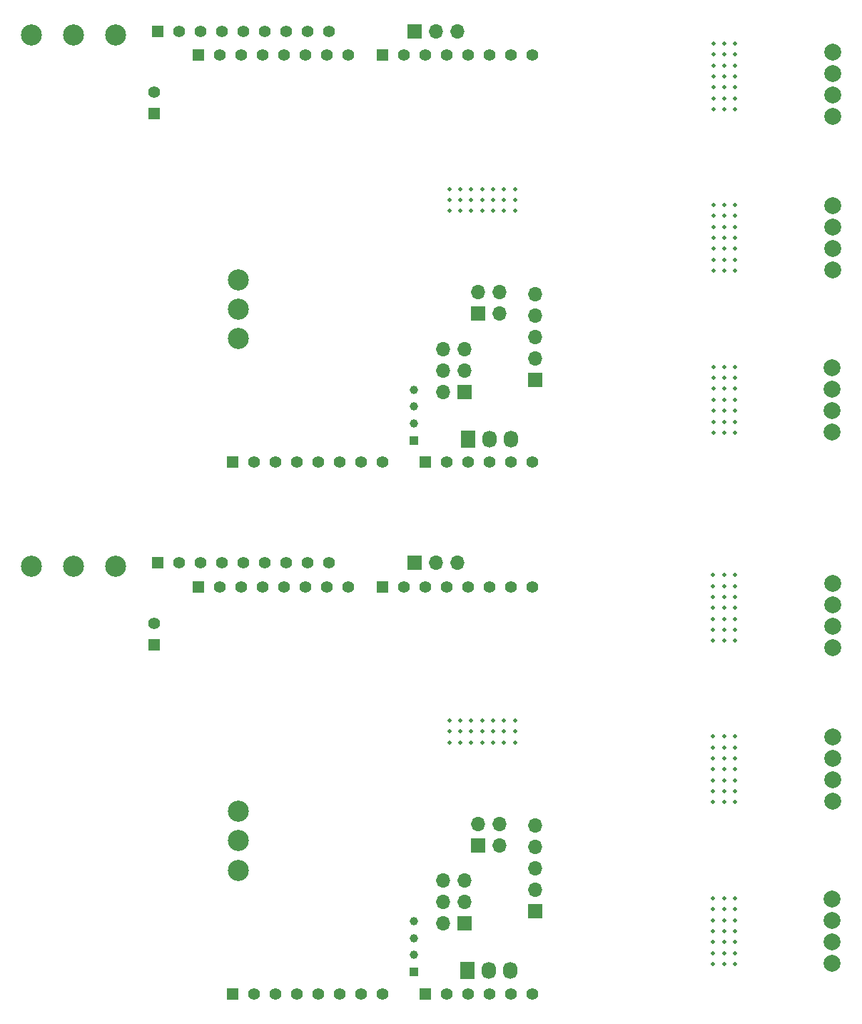
<source format=gbs>
%MOIN*%
%OFA0B0*%
%FSLAX46Y46*%
%IPPOS*%
%LPD*%
%ADD10C,0.01968503937007874*%
%ADD11R,0.055000000000000007X0.055000000000000007*%
%ADD12C,0.055000000000000007*%
%ADD13C,0.07874015748031496*%
%ADD14C,0.0984251968503937*%
%ADD15R,0.068X0.08*%
%ADD16O,0.068X0.08*%
%ADD17O,0.066929133858267723X0.066929133858267723*%
%ADD18R,0.066929133858267723X0.066929133858267723*%
%ADD19C,0.03937007874015748*%
%ADD20R,0.03937007874015748X0.03937007874015748*%
%ADD31C,0.01968503937007874*%
%ADD32R,0.055000000000000007X0.055000000000000007*%
%ADD33C,0.055000000000000007*%
%ADD34C,0.07874015748031496*%
%ADD35C,0.0984251968503937*%
%ADD36R,0.068X0.08*%
%ADD37O,0.068X0.08*%
%ADD38O,0.066929133858267723X0.066929133858267723*%
%ADD39R,0.066929133858267723X0.066929133858267723*%
%ADD40C,0.03937007874015748*%
%ADD41R,0.03937007874015748X0.03937007874015748*%
%LPD*%
D10*
X-0000000500Y-0000000500D02*
X0003331425Y0001045767D03*
X0003382606Y0001045767D03*
X0003331425Y0001096948D03*
X0003433787Y0001096948D03*
X0003382606Y0001096948D03*
X0003331425Y0001148129D03*
X0003433787Y0001148129D03*
X0003382606Y0001148129D03*
X0003433787Y0001352854D03*
X0003331425Y0001352854D03*
X0003382606Y0001352854D03*
X0003433787Y0001301673D03*
X0003331425Y0001301673D03*
X0003382606Y0001301673D03*
X0003331425Y0001250492D03*
X0003433787Y0001250492D03*
X0003382606Y0001250492D03*
X0003331425Y0001199311D03*
X0003433787Y0001199311D03*
X0003433787Y0001045767D03*
X0003382606Y0001199311D03*
D11*
X0001085000Y0000151499D03*
D12*
X0001185000Y0000151499D03*
X0001284999Y0000151499D03*
X0001384999Y0000151499D03*
X0001484999Y0000151499D03*
X0001585000Y0000151499D03*
X0001685000Y0000151499D03*
X0001785000Y0000151499D03*
D10*
X0003331318Y0001798767D03*
X0003382500Y0001798767D03*
X0003331318Y0001849948D03*
X0003433681Y0001849948D03*
X0003382500Y0001849948D03*
X0003331318Y0001901129D03*
X0003433681Y0001901129D03*
X0003382500Y0001901129D03*
X0003433681Y0002105854D03*
X0003331318Y0002105854D03*
X0003382500Y0002105854D03*
X0003433681Y0002054673D03*
X0003331318Y0002054673D03*
X0003382500Y0002054673D03*
X0003331318Y0002003492D03*
X0003433681Y0002003492D03*
X0003382500Y0002003492D03*
X0003331318Y0001952310D03*
X0003433681Y0001952310D03*
X0003433681Y0001798767D03*
X0003382500Y0001952310D03*
X0003331224Y0000289767D03*
X0003382405Y0000289767D03*
X0003331224Y0000340948D03*
X0003433586Y0000340948D03*
X0003382405Y0000340948D03*
X0003331224Y0000392129D03*
X0003433586Y0000392129D03*
X0003382405Y0000392129D03*
X0003433586Y0000596854D03*
X0003331224Y0000596854D03*
X0003382405Y0000596854D03*
X0003433586Y0000545673D03*
X0003331224Y0000545673D03*
X0003382405Y0000545673D03*
X0003331224Y0000494492D03*
X0003433586Y0000494492D03*
X0003382405Y0000494492D03*
X0003331224Y0000443311D03*
X0003433586Y0000443311D03*
X0003433586Y0000289767D03*
X0003382405Y0000443311D03*
X0002098467Y0001427181D03*
X0002098467Y0001375999D03*
X0002149648Y0001427181D03*
X0002149648Y0001324818D03*
X0002149648Y0001375999D03*
X0002200829Y0001427181D03*
X0002200829Y0001324818D03*
X0002200829Y0001375999D03*
X0002405554Y0001324818D03*
X0002405554Y0001427181D03*
X0002405554Y0001375999D03*
X0002354373Y0001324818D03*
X0002354373Y0001427181D03*
X0002354373Y0001375999D03*
X0002303192Y0001427181D03*
X0002303192Y0001324818D03*
X0002303192Y0001375999D03*
X0002252011Y0001427181D03*
X0002252011Y0001324818D03*
X0002098467Y0001324818D03*
X0002252011Y0001375999D03*
D11*
X0001985000Y0000151499D03*
D12*
X0002084999Y0000151499D03*
X0002184999Y0000151499D03*
X0002284999Y0000151499D03*
X0002385000Y0000151499D03*
X0002485000Y0000151499D03*
D11*
X0000737000Y0002162499D03*
D12*
X0000837000Y0002162499D03*
X0000937000Y0002162499D03*
X0001037000Y0002162499D03*
X0001137000Y0002162499D03*
X0001237000Y0002162499D03*
X0001336999Y0002162499D03*
X0001437000Y0002162499D03*
X0001537000Y0002162499D03*
D11*
X0000925000Y0002051500D03*
D12*
X0001025000Y0002051500D03*
X0001125000Y0002051500D03*
X0001225000Y0002051500D03*
X0001325000Y0002051500D03*
X0001425000Y0002051500D03*
X0001525000Y0002051500D03*
X0001625000Y0002051500D03*
D11*
X0001785000Y0002051500D03*
D12*
X0001885000Y0002051500D03*
X0001985000Y0002051500D03*
X0002084999Y0002051500D03*
X0002184999Y0002051500D03*
X0002284999Y0002051500D03*
X0002385000Y0002051500D03*
X0002485000Y0002051500D03*
D11*
X0000718791Y0001780208D03*
D12*
X0000718791Y0001880208D03*
D13*
X0003886500Y0000493409D03*
X0003886500Y0000593409D03*
X0003886500Y0000393409D03*
X0003886500Y0000293409D03*
X0003890200Y0001966400D03*
X0003890200Y0002066399D03*
X0003890200Y0001866400D03*
X0003890200Y0001766400D03*
X0003889100Y0001249200D03*
X0003889100Y0001349200D03*
X0003889100Y0001149200D03*
X0003889100Y0001049200D03*
D14*
X0000538700Y0002146500D03*
X0000341850Y0002146500D03*
X0000145000Y0002146500D03*
X0001112000Y0000728000D03*
X0001112000Y0000865795D03*
X0001112000Y0001003590D03*
D15*
X0002184539Y0000259736D03*
D16*
X0002284539Y0000259736D03*
X0002384539Y0000259736D03*
D17*
X0002069500Y0000679500D03*
X0002169500Y0000679500D03*
X0002069500Y0000579499D03*
X0002169500Y0000579499D03*
X0002069500Y0000479500D03*
D18*
X0002169500Y0000479500D03*
X0002232570Y0000844775D03*
D17*
X0002232570Y0000944775D03*
X0002332570Y0000844775D03*
X0002332570Y0000944775D03*
D18*
X0001936507Y0002162885D03*
D17*
X0002036507Y0002162885D03*
X0002136507Y0002162885D03*
D19*
X0001932000Y0000331999D03*
X0001932000Y0000411000D03*
X0001931783Y0000489657D03*
D20*
X0001932000Y0000253000D03*
D18*
X0002499893Y0000536114D03*
D17*
X0002499893Y0000636114D03*
X0002499893Y0000736114D03*
X0002499893Y0000836114D03*
X0002499893Y0000936114D03*
G04 next file*
%LPD*%
G04 #@! TF.GenerationSoftware,KiCad,Pcbnew,(5.1.5-0)*
G04 #@! TF.CreationDate,2020-08-20T14:13:21-04:00*
G04 #@! TF.ProjectId,GrBLDC,4772424c-4443-42e6-9b69-6361645f7063,rev?*
G04 #@! TF.SameCoordinates,PX5a7646cPY8128a60*
G04 #@! TF.FileFunction,Soldermask,Bot*
G04 #@! TF.FilePolarity,Negative*
G04 Gerber Fmt 4.6, Leading zero omitted, Abs format (unit mm)*
G04 Created by KiCad (PCBNEW (5.1.5-0)) date 2020-08-20 14:13:21*
G04 APERTURE LIST*
G04 APERTURE END LIST*
D31*
X0000000000Y0002480314D02*
X0003331925Y0003526582D03*
X0003383106Y0003526582D03*
X0003331925Y0003577763D03*
X0003434287Y0003577763D03*
X0003383106Y0003577763D03*
X0003331925Y0003628944D03*
X0003434287Y0003628944D03*
X0003383106Y0003628944D03*
X0003434287Y0003833669D03*
X0003331925Y0003833669D03*
X0003383106Y0003833669D03*
X0003434287Y0003782488D03*
X0003331925Y0003782488D03*
X0003383106Y0003782488D03*
X0003331925Y0003731307D03*
X0003434287Y0003731307D03*
X0003383106Y0003731307D03*
X0003331925Y0003680125D03*
X0003434287Y0003680125D03*
X0003434287Y0003526582D03*
X0003383106Y0003680125D03*
D32*
X0001085500Y0002632314D03*
D33*
X0001185500Y0002632314D03*
X0001285500Y0002632314D03*
X0001385500Y0002632314D03*
X0001485500Y0002632314D03*
X0001585500Y0002632314D03*
X0001685500Y0002632314D03*
X0001785500Y0002632314D03*
D31*
X0003331818Y0004279582D03*
X0003383000Y0004279582D03*
X0003331818Y0004330763D03*
X0003434181Y0004330763D03*
X0003383000Y0004330763D03*
X0003331818Y0004381944D03*
X0003434181Y0004381944D03*
X0003383000Y0004381944D03*
X0003434181Y0004586669D03*
X0003331818Y0004586669D03*
X0003383000Y0004586669D03*
X0003434181Y0004535488D03*
X0003331818Y0004535488D03*
X0003383000Y0004535488D03*
X0003331818Y0004484307D03*
X0003434181Y0004484307D03*
X0003383000Y0004484307D03*
X0003331818Y0004433125D03*
X0003434181Y0004433125D03*
X0003434181Y0004279582D03*
X0003383000Y0004433125D03*
X0003331724Y0002770582D03*
X0003382905Y0002770582D03*
X0003331724Y0002821763D03*
X0003434086Y0002821763D03*
X0003382905Y0002821763D03*
X0003331724Y0002872944D03*
X0003434086Y0002872944D03*
X0003382905Y0002872944D03*
X0003434086Y0003077669D03*
X0003331724Y0003077669D03*
X0003382905Y0003077669D03*
X0003434086Y0003026488D03*
X0003331724Y0003026488D03*
X0003382905Y0003026488D03*
X0003331724Y0002975307D03*
X0003434086Y0002975307D03*
X0003382905Y0002975307D03*
X0003331724Y0002924125D03*
X0003434086Y0002924125D03*
X0003434086Y0002770582D03*
X0003382905Y0002924125D03*
X0002098967Y0003907996D03*
X0002098967Y0003856814D03*
X0002150148Y0003907996D03*
X0002150148Y0003805633D03*
X0002150148Y0003856814D03*
X0002201329Y0003907996D03*
X0002201329Y0003805633D03*
X0002201329Y0003856814D03*
X0002406054Y0003805633D03*
X0002406054Y0003907996D03*
X0002406054Y0003856814D03*
X0002354873Y0003805633D03*
X0002354873Y0003907996D03*
X0002354873Y0003856814D03*
X0002303692Y0003907996D03*
X0002303692Y0003805633D03*
X0002303692Y0003856814D03*
X0002252511Y0003907996D03*
X0002252511Y0003805633D03*
X0002098967Y0003805633D03*
X0002252511Y0003856814D03*
D32*
X0001985500Y0002632314D03*
D33*
X0002085500Y0002632314D03*
X0002185500Y0002632314D03*
X0002285500Y0002632314D03*
X0002385500Y0002632314D03*
X0002485500Y0002632314D03*
D32*
X0000737500Y0004643314D03*
D33*
X0000837500Y0004643314D03*
X0000937500Y0004643314D03*
X0001037500Y0004643314D03*
X0001137500Y0004643314D03*
X0001237500Y0004643314D03*
X0001337500Y0004643314D03*
X0001437500Y0004643314D03*
X0001537500Y0004643314D03*
D32*
X0000925500Y0004532314D03*
D33*
X0001025500Y0004532314D03*
X0001125500Y0004532314D03*
X0001225500Y0004532314D03*
X0001325500Y0004532314D03*
X0001425500Y0004532314D03*
X0001525500Y0004532314D03*
X0001625500Y0004532314D03*
D32*
X0001785500Y0004532314D03*
D33*
X0001885500Y0004532314D03*
X0001985500Y0004532314D03*
X0002085500Y0004532314D03*
X0002185500Y0004532314D03*
X0002285500Y0004532314D03*
X0002385500Y0004532314D03*
X0002485500Y0004532314D03*
D32*
X0000719291Y0004261023D03*
D33*
X0000719291Y0004361023D03*
D34*
X0003887000Y0002974224D03*
X0003887000Y0003074224D03*
X0003887000Y0002874224D03*
X0003887000Y0002774224D03*
X0003890700Y0004447214D03*
X0003890700Y0004547214D03*
X0003890700Y0004347214D03*
X0003890700Y0004247214D03*
X0003889600Y0003730014D03*
X0003889600Y0003830014D03*
X0003889600Y0003630014D03*
X0003889600Y0003530014D03*
D35*
X0000539200Y0004627314D03*
X0000342350Y0004627314D03*
X0000145500Y0004627314D03*
X0001112500Y0003208814D03*
X0001112500Y0003346610D03*
X0001112500Y0003484405D03*
D36*
X0002185039Y0002740551D03*
D37*
X0002285039Y0002740551D03*
X0002385039Y0002740551D03*
D38*
X0002070000Y0003160314D03*
X0002170000Y0003160314D03*
X0002070000Y0003060314D03*
X0002170000Y0003060314D03*
X0002070000Y0002960314D03*
D39*
X0002170000Y0002960314D03*
X0002233070Y0003325590D03*
D38*
X0002233070Y0003425590D03*
X0002333070Y0003325590D03*
X0002333070Y0003425590D03*
D39*
X0001937007Y0004643700D03*
D38*
X0002037007Y0004643700D03*
X0002137007Y0004643700D03*
D40*
X0001932500Y0002812814D03*
X0001932500Y0002891814D03*
X0001932283Y0002970472D03*
D41*
X0001932500Y0002733814D03*
D39*
X0002500393Y0003016929D03*
D38*
X0002500393Y0003116929D03*
X0002500393Y0003216929D03*
X0002500393Y0003316929D03*
X0002500393Y0003416929D03*
M02*
</source>
